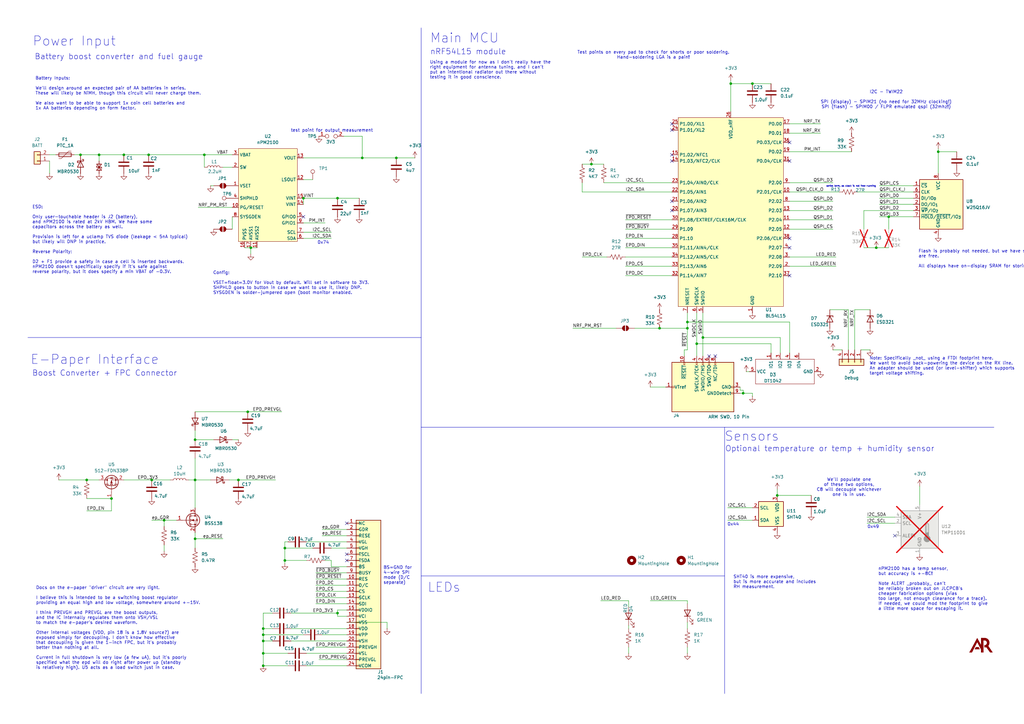
<source format=kicad_sch>
(kicad_sch (version 20250114) (generator "eeschema") (generator_version "9.0")
  (paper "A3")
  (text "test point for output measurement" (at 136.144 53.594 0) (effects (font (size 1.27 1.27))))
  (text "Test points on every pad to check for shorts or poor soldering.\nHand-soldering LGA is a pain!" (at 267.97 22.606 0) (effects (font (size 1.27 1.27))))
  (text "Optional temperature or temp + humidity sensor" (at 340.36 184.15 0) (effects (font (size 2.286 2.286))))
  (text "Battery Inputs:\n\nWe'll design around an expected pair of AA batteries in series.\nThese will likely be NiMH, though this circuit will never charge them.\n\nWe also want to be able to support 1x coin cell batteries and\n1x AA batteries depending on form factor." (at 14.478 38.354 0) (effects (font (size 1.27 1.27)) (justify left)))
  (text "LEDs" (at 182.118 241.046 0) (effects (font (size 3.81 3.81))))
  (text "Main MCU" (at 190.5 15.748 0) (effects (font (size 3.81 3.81))))
  (text "ESD:\n\nOnly user-touchable header is J2 (battery),\nand nPM2100 is rated at 2kV HBM. We have some\ncapacitors across the battery as well. \n\nProvision is left for a uclamp TVS diode (leakage < 5nA typical)\nbut likely will DNP in practice.\n\nReverse Polarity:\n\nD2 + F1 provide a safety in case a cell is inserted backwards.\nnPM2100 doesn't specifically specify if it's safe against\nreverse polarity, but it does specify a min VBAT of -0.3V." (at 13.208 98.298 0) (effects (font (size 1.27 1.27)) (justify left)))
  (text "0x44" (at 300.736 215.138 0) (effects (font (size 1.27 1.27))))
  (text "SHT40 is more expensive,\nbut is more accurate and includes\nRH measurement." (at 300.736 238.76 0) (effects (font (size 1.27 1.27)) (justify left)))
  (text "Note: Specifically _not_ using a FTDI footprint here.\nWe want to avoid back-powering the device on the RX line.\nAn adapter should be used (or level-shifter) which supports\ntarget voltage shifting." (at 356.616 150.114 0) (effects (font (size 1.27 1.27)) (justify left)))
  (text "Sensors" (at 308.356 179.07 0) (effects (font (size 3.81 3.81))))
  (text "series term. as clock is not free-running" (at 338.836 76.454 0) (effects (font (size 0.635 0.635)) (justify left)))
  (text "E-Paper Interface" (at 38.862 147.574 0) (effects (font (size 3.81 3.81))))
  (text "0x74" (at 132.588 99.568 0) (effects (font (size 1.27 1.27))))
  (text "Power Input" (at 30.48 17.018 0) (effects (font (size 3.81 3.81))))
  (text "I2C - TWIM22\n\nSPI (display) - SPIM21 (no need for 32MHz clocking!)\nSPI (flash) - SPIM00 / FLPR emulated qspi (32mhz!)\n" (at 363.474 40.894 0) (effects (font (size 1.27 1.27))))
  (text "BS=GND for\n4-wire SPI\nmode (D/C\nseparate)" (at 157.226 235.966 0) (effects (font (size 1.27 1.27)) (justify left)))
  (text "nPM2100 has a temp sensor,\nbut accuracy is +-8C!\n\nNote ALERT _probably_ can't\nbe reliably broken out on JLCPCB's\ncheaper fabrication options (vias\ntoo large, not enough clearance for a trace).\nIf needed, we could mod the footprint to give\na little more space for escaping it." (at 360.172 241.554 0) (effects (font (size 1.27 1.27)) (justify left)))
  (text "Using a module for now as I don't really have the\nright equipment for antenna tuning, and I can't\nput an intentional radiator out there without\ntesting it in good conscience." (at 176.276 28.702 0) (effects (font (size 1.27 1.27)) (justify left)))
  (text "Config:\n\nVSET=float=3.0V for Vout by default. Will set in software to 3V3.\nSHPHLD goes to button in case we want to use it, likely DNP.\nSYSGDEN is solder-jumpered open (boot monitor enabled.\n" (at 87.376 116.078 0) (effects (font (size 1.27 1.27)) (justify left)))
  (text "0x49" (at 358.14 216.154 0) (effects (font (size 1.27 1.27))))
  (text "We'll populate one\nof these two options,\nC8 will decouple whichever\none is in use." (at 348.234 199.898 0) (effects (font (size 1.27 1.27))))
  (text "Boost Converter + FPC Connector" (at 42.926 153.162 0) (effects (font (size 2.286 2.286))))
  (text "nRF54L15 module" (at 192.024 21.336 0) (effects (font (size 2.286 2.286))))
  (text "Flash is probably not needed, but we have spare pins and footprints\nare free.\n\nAll displays have on-display SRAM for storing framebuffers." (at 376.682 106.172 0) (effects (font (size 1.27 1.27)) (justify left)))
  (text "Docs on the e-paper \"driver\" circuit are very light.\n\nI believe this is intended to be a switching boost regulator\nproviding an equal high and low voltage, somewhere around +-15V.\n\nI think PREVGH and PREVGL are the boost outputs,\nand the IC internally regulates them onto VSH/VSL\nto match the e-paper's desired waveform.\n\nOther internal voltages (VDD, pin 18 is a 1.8V source?) are\nexposed simply for decoupling. I don't know how effective\nthat decoupling is given the 1-inch FPC, but it's probably\nbetter than nothing at all.\n\nCurrent in full shutdown is very low (a few uA), but it's poorly\nspecified what the epd will do right after power up (standby\nis relatively high). U5 acts as a load switch just in case.\n" (at 14.732 257.556 0) (effects (font (size 1.27 1.27)) (justify left)))
  (text "Battery boost converter and fuel gauge" (at 48.768 23.368 0) (effects (font (size 2.286 2.286))))
  (junction (at 299.72 34.29))
  (junction (at 40.64 63.5))
  (junction (at 318.77 203.2))
  (junction (at 364.49 88.9))
  (junction (at 45.72 204.47))
  (junction (at 80.01 220.98))
  (junction (at 97.79 196.85))
  (junction (at 308.61 34.29))
  (junction (at 107.95 273.05))
  (junction (at 359.41 101.6))
  (junction (at 50.8 63.5))
  (junction (at 107.95 257.81))
  (junction (at 80.01 196.85))
  (junction (at 242.57 67.31))
  (junction (at 138.43 251.46))
  (junction (at 304.8 161.29))
  (junction (at 101.6 168.91))
  (junction (at 148.59 64.77))
  (junction (at 124.46 81.28))
  (junction (at 107.95 262.89))
  (junction (at 270.51 134.62))
  (junction (at 62.23 196.85))
  (junction (at 83.82 63.5))
  (junction (at 288.29 138.43))
  (junction (at 102.87 101.6))
  (junction (at 281.94 132.08))
  (junction (at 281.94 134.62))
  (junction (at 107.95 267.97))
  (junction (at 285.75 140.97))
  (junction (at 35.56 196.85))
  (junction (at 138.43 81.28))
  (junction (at 67.31 213.36))
  (junction (at 60.96 63.5))
  (junction (at 116.84 224.79))
  (junction (at 384.81 62.23))
  (junction (at 107.95 260.35))
  (junction (at 162.56 64.77))
  (junction (at 116.84 229.87))
  (junction (at 80.01 180.34))
  (junction (at 33.02 63.5))
  (no_connect (at 323.85 101.6))
  (no_connect (at 275.59 53.34))
  (no_connect (at 142.24 227.33))
  (no_connect (at 275.59 63.5))
  (no_connect (at 367.03 219.71))
  (no_connect (at 290.83 146.05))
  (no_connect (at 323.85 97.79))
  (no_connect (at 142.24 229.87))
  (no_connect (at 275.59 50.8))
  (no_connect (at 142.24 214.63))
  (no_connect (at 275.59 82.55))
  (no_connect (at 275.59 86.36))
  (no_connect (at 323.85 66.04))
  (no_connect (at 124.46 88.9))
  (no_connect (at 323.85 113.03))
  (no_connect (at 275.59 66.04))
  (no_connect (at 323.85 58.42))
  (no_connect (at 293.37 146.05))
  (wire (pts (xy 323.85 132.08) (xy 281.94 132.08)))
  (wire (pts (xy 135.89 224.79) (xy 142.24 224.79)))
  (wire (pts (xy 360.68 81.28) (xy 374.65 81.28)))
  (wire (pts (xy 260.35 134.62) (xy 270.51 134.62)))
  (wire (pts (xy 285.75 140.97) (xy 285.75 146.05)))
  (wire (pts (xy 323.85 144.78) (xy 323.85 132.08)))
  (wire (pts (xy 95.25 93.98) (xy 95.25 88.9)))
  (polyline (pts (xy 297.18 175.26) (xy 297.18 284.48)))
  (wire (pts (xy 364.49 88.9) (xy 374.65 88.9)))
  (wire (pts (xy 384.81 62.23) (xy 384.81 71.12)))
  (wire (pts (xy 138.43 81.28) (xy 147.32 81.28)))
  (polyline (pts (xy 172.72 175.26) (xy 172.72 284.48)))
  (wire (pts (xy 129.54 240.03) (xy 142.24 240.03)))
  (wire (pts (xy 341.63 143.51) (xy 345.44 143.51)))
  (wire (pts (xy 124.46 73.66) (xy 128.27 73.66)))
  (wire (pts (xy 285.75 128.27) (xy 285.75 140.97)))
  (wire (pts (xy 281.94 246.38) (xy 281.94 247.65)))
  (wire (pts (xy 67.31 215.9) (xy 67.31 213.36)))
  (wire (pts (xy 355.6 212.09) (xy 367.03 212.09)))
  (wire (pts (xy 360.68 88.9) (xy 364.49 88.9)))
  (wire (pts (xy 148.59 55.88) (xy 140.97 55.88)))
  (wire (pts (xy 124.46 260.35) (xy 107.95 260.35)))
  (wire (pts (xy 116.84 222.25) (xy 116.84 224.79)))
  (wire (pts (xy 91.44 68.58) (xy 95.25 68.58)))
  (wire (pts (xy 107.95 267.97) (xy 107.95 262.89)))
  (wire (pts (xy 336.55 54.61) (xy 323.85 54.61)))
  (wire (pts (xy 102.87 101.6) (xy 105.41 101.6)))
  (polyline (pts (xy 11.43 138.43) (xy 172.72 138.43)))
  (wire (pts (xy 298.45 208.28) (xy 308.61 208.28)))
  (wire (pts (xy 299.72 33.02) (xy 299.72 34.29)))
  (wire (pts (xy 323.85 62.23) (xy 349.25 62.23)))
  (wire (pts (xy 129.54 237.49) (xy 142.24 237.49)))
  (wire (pts (xy 35.56 209.55) (xy 45.72 209.55)))
  (wire (pts (xy 107.95 257.81) (xy 111.76 257.81)))
  (wire (pts (xy 138.43 250.19) (xy 138.43 251.46)))
  (wire (pts (xy 40.64 63.5) (xy 50.8 63.5)))
  (wire (pts (xy 341.63 86.36) (xy 323.85 86.36)))
  (wire (pts (xy 359.41 101.6) (xy 364.49 101.6)))
  (wire (pts (xy 323.85 105.41) (xy 342.9 105.41)))
  (wire (pts (xy 45.72 209.55) (xy 45.72 204.47)))
  (wire (pts (xy 86.36 196.85) (xy 80.01 196.85)))
  (wire (pts (xy 83.82 63.5) (xy 83.82 68.58)))
  (wire (pts (xy 118.11 267.97) (xy 107.95 267.97)))
  (wire (pts (xy 336.55 50.8) (xy 323.85 50.8)))
  (wire (pts (xy 303.53 158.75) (xy 303.53 160.02)))
  (wire (pts (xy 80.01 220.98) (xy 80.01 224.79)))
  (wire (pts (xy 281.94 267.97) (xy 281.94 265.43)))
  (wire (pts (xy 67.31 213.36) (xy 72.39 213.36)))
  (polyline (pts (xy 297.18 175.26) (xy 172.72 175.26)))
  (wire (pts (xy 341.63 74.93) (xy 323.85 74.93)))
  (wire (pts (xy 81.28 85.09) (xy 95.25 85.09)))
  (wire (pts (xy 124.46 81.28) (xy 138.43 81.28)))
  (wire (pts (xy 242.57 67.31) (xy 247.65 67.31)))
  (wire (pts (xy 86.36 76.2) (xy 87.63 76.2)))
  (wire (pts (xy 355.6 214.63) (xy 367.03 214.63)))
  (wire (pts (xy 132.08 219.71) (xy 142.24 219.71)))
  (wire (pts (xy 80.01 220.98) (xy 91.44 220.98)))
  (wire (pts (xy 142.24 255.27) (xy 158.75 255.27)))
  (wire (pts (xy 124.46 81.28) (xy 124.46 83.82)))
  (wire (pts (xy 125.73 222.25) (xy 142.24 222.25)))
  (wire (pts (xy 304.8 160.02) (xy 304.8 161.29)))
  (wire (pts (xy 288.29 128.27) (xy 288.29 138.43)))
  (wire (pts (xy 281.94 257.81) (xy 281.94 255.27)))
  (wire (pts (xy 33.02 63.5) (xy 40.64 63.5)))
  (wire (pts (xy 107.95 260.35) (xy 107.95 262.89)))
  (wire (pts (xy 247.65 74.93) (xy 275.59 74.93)))
  (wire (pts (xy 148.59 64.77) (xy 148.59 55.88)))
  (wire (pts (xy 350.52 127) (xy 356.87 127)))
  (wire (pts (xy 107.95 273.05) (xy 118.11 273.05)))
  (wire (pts (xy 304.8 161.29) (xy 308.61 161.29)))
  (wire (pts (xy 138.43 252.73) (xy 142.24 252.73)))
  (wire (pts (xy 384.81 60.96) (xy 384.81 62.23)))
  (wire (pts (xy 130.81 270.51) (xy 142.24 270.51)))
  (wire (pts (xy 360.68 83.82) (xy 374.65 83.82)))
  (wire (pts (xy 132.08 260.35) (xy 142.24 260.35)))
  (wire (pts (xy 111.76 251.46) (xy 107.95 251.46)))
  (wire (pts (xy 342.9 109.22) (xy 323.85 109.22)))
  (wire (pts (xy 360.68 76.2) (xy 374.65 76.2)))
  (wire (pts (xy 101.6 168.91) (xy 115.57 168.91)))
  (wire (pts (xy 354.33 101.6) (xy 359.41 101.6)))
  (wire (pts (xy 93.98 196.85) (xy 97.79 196.85)))
  (wire (pts (xy 281.94 134.62) (xy 281.94 132.08)))
  (wire (pts (xy 158.75 255.27) (xy 158.75 257.81)))
  (wire (pts (xy 257.81 267.97) (xy 257.81 265.43)))
  (wire (pts (xy 80.01 176.53) (xy 80.01 180.34)))
  (wire (pts (xy 35.56 196.85) (xy 40.64 196.85)))
  (wire (pts (xy 256.54 90.17) (xy 275.59 90.17)))
  (wire (pts (xy 162.56 64.77) (xy 148.59 64.77)))
  (wire (pts (xy 256.54 97.79) (xy 275.59 97.79)))
  (wire (pts (xy 238.76 105.41) (xy 248.92 105.41)))
  (wire (pts (xy 20.32 66.04) (xy 20.32 71.12)))
  (wire (pts (xy 256.54 105.41) (xy 275.59 105.41)))
  (wire (pts (xy 308.61 161.29) (xy 308.61 162.56)))
  (wire (pts (xy 80.01 187.96) (xy 80.01 196.85)))
  (wire (pts (xy 299.72 34.29) (xy 308.61 34.29)))
  (wire (pts (xy 62.23 196.85) (xy 69.85 196.85)))
  (wire (pts (xy 162.56 64.77) (xy 170.18 64.77)))
  (wire (pts (xy 256.54 113.03) (xy 275.59 113.03)))
  (wire (pts (xy 318.77 200.66) (xy 318.77 203.2)))
  (wire (pts (xy 116.84 224.79) (xy 116.84 229.87)))
  (wire (pts (xy 80.01 168.91) (xy 101.6 168.91)))
  (wire (pts (xy 125.73 273.05) (xy 142.24 273.05)))
  (wire (pts (xy 266.7 158.75) (xy 273.05 158.75)))
  (wire (pts (xy 340.36 127) (xy 347.98 127)))
  (wire (pts (xy 67.31 226.06) (xy 67.31 223.52)))
  (wire (pts (xy 129.54 234.95) (xy 142.24 234.95)))
  (wire (pts (xy 132.08 217.17) (xy 142.24 217.17)))
  (wire (pts (xy 257.81 246.38) (xy 246.38 246.38)))
  (wire (pts (xy 238.76 78.74) (xy 275.59 78.74)))
  (wire (pts (xy 102.87 104.14) (xy 102.87 101.6)))
  (wire (pts (xy 354.33 86.36) (xy 354.33 93.98)))
  (wire (pts (xy 266.7 246.38) (xy 281.94 246.38)))
  (wire (pts (xy 354.33 86.36) (xy 374.65 86.36)))
  (wire (pts (xy 118.11 222.25) (xy 116.84 222.25)))
  (wire (pts (xy 124.46 91.44) (xy 133.35 91.44)))
  (wire (pts (xy 129.54 265.43) (xy 142.24 265.43)))
  (wire (pts (xy 234.95 134.62) (xy 252.73 134.62)))
  (wire (pts (xy 256.54 109.22) (xy 275.59 109.22)))
  (wire (pts (xy 281.94 143.51) (xy 281.94 134.62)))
  (wire (pts (xy 384.81 62.23) (xy 392.43 62.23)))
  (wire (pts (xy 133.35 229.87) (xy 135.89 229.87)))
  (wire (pts (xy 102.87 101.6) (xy 100.33 101.6)))
  (wire (pts (xy 135.89 232.41) (xy 142.24 232.41)))
  (wire (pts (xy 280.67 143.51) (xy 280.67 146.05)))
  (wire (pts (xy 119.38 251.46) (xy 138.43 251.46)))
  (wire (pts (xy 138.43 251.46) (xy 138.43 252.73)))
  (wire (pts (xy 320.04 138.43) (xy 288.29 138.43)))
  (wire (pts (xy 80.01 218.44) (xy 80.01 220.98)))
  (wire (pts (xy 50.8 196.85) (xy 62.23 196.85)))
  (wire (pts (xy 87.63 180.34) (xy 80.01 180.34)))
  (wire (pts (xy 35.56 204.47) (xy 45.72 204.47)))
  (wire (pts (xy 107.95 257.81) (xy 107.95 260.35)))
  (wire (pts (xy 24.13 196.85) (xy 35.56 196.85)))
  (wire (pts (xy 97.79 196.85) (xy 113.03 196.85)))
  (wire (pts (xy 124.46 97.79) (xy 135.89 97.79)))
  (wire (pts (xy 62.23 213.36) (xy 67.31 213.36)))
  (wire (pts (xy 341.63 90.17) (xy 323.85 90.17)))
  (wire (pts (xy 124.46 64.77) (xy 148.59 64.77)))
  (wire (pts (xy 256.54 93.98) (xy 275.59 93.98)))
  (wire (pts (xy 303.53 160.02) (xy 304.8 160.02)))
  (wire (pts (xy 22.86 63.5) (xy 20.32 63.5)))
  (wire (pts (xy 377.19 199.39) (xy 377.19 207.01)))
  (wire (pts (xy 116.84 231.14) (xy 116.84 229.87)))
  (wire (pts (xy 77.47 196.85) (xy 80.01 196.85)))
  (wire (pts (xy 341.63 82.55) (xy 323.85 82.55)))
  (wire (pts (xy 298.45 213.36) (xy 308.61 213.36)))
  (wire (pts (xy 257.81 248.92) (xy 257.81 246.38)))
  (wire (pts (xy 60.96 63.5) (xy 83.82 63.5)))
  (wire (pts (xy 356.87 143.51) (xy 353.06 143.51)))
  (wire (pts (xy 303.53 161.29) (xy 304.8 161.29)))
  (wire (pts (xy 323.85 78.74) (xy 344.17 78.74)))
  (wire (pts (xy 116.84 229.87) (xy 125.73 229.87)))
  (wire (pts (xy 129.54 245.11) (xy 142.24 245.11)))
  (wire (pts (xy 107.95 273.05) (xy 107.95 267.97)))
  (wire (pts (xy 320.04 144.78) (xy 320.04 138.43)))
  (wire (pts (xy 124.46 95.25) (xy 135.89 95.25)))
  (wire (pts (xy 30.48 63.5) (xy 33.02 63.5)))
  (wire (pts (xy 83.82 63.5) (xy 95.25 63.5)))
  (wire (pts (xy 351.79 78.74) (xy 374.65 78.74)))
  (wire (pts (xy 50.8 63.5) (xy 60.96 63.5)))
  (wire (pts (xy 142.24 250.19) (xy 138.43 250.19)))
  (wire (pts (xy 285.75 140.97) (xy 316.23 140.97)))
  (wire (pts (xy 119.38 257.81) (xy 142.24 257.81)))
  (wire (pts (xy 80.01 196.85) (xy 80.01 208.28)))
  (wire (pts (xy 107.95 251.46) (xy 107.95 257.81)))
  (polyline (pts (xy 172.72 236.22) (xy 297.18 236.22)))
  (wire (pts (xy 40.64 66.04) (xy 40.64 63.5)))
  (wire (pts (xy 129.54 242.57) (xy 142.24 242.57)))
  (wire (pts (xy 238.76 67.31) (xy 242.57 67.31)))
  (polyline (pts (xy 172.72 11.43) (xy 172.72 175.26)))
  (wire (pts (xy 280.67 143.51) (xy 281.94 143.51)))
  (wire (pts (xy 308.61 34.29) (xy 316.23 34.29)))
  (polyline (pts (xy 297.18 175.26) (xy 407.67 175.26)))
  (wire (pts (xy 306.07 152.4) (xy 307.34 152.4)))
  (wire (pts (xy 299.72 34.29) (xy 299.72 45.72)))
  (wire (pts (xy 129.54 247.65) (xy 142.24 247.65)))
  (wire (pts (xy 128.27 224.79) (xy 116.84 224.79)))
  (wire (pts (xy 316.23 140.97) (xy 316.23 144.78)))
  (wire (pts (xy 281.94 132.08) (xy 281.94 128.27)))
  (wire (pts (xy 97.79 180.34) (xy 95.25 180.34)))
  (wire (pts (xy 135.89 229.87) (xy 135.89 232.41)))
  (wire (pts (xy 257.81 256.54) (xy 257.81 257.81)))
  (wire (pts (xy 364.49 88.9) (xy 364.49 93.98)))
  (wire (pts (xy 288.29 138.43) (xy 288.29 146.05)))
  (wire (pts (xy 347.98 127) (xy 347.98 143.51)))
  (wire (pts (xy 107.95 262.89) (xy 111.76 262.89)))
  (wire (pts (xy 270.51 134.62) (xy 281.94 134.62)))
  (wire (pts (xy 256.54 101.6) (xy 275.59 101.6)))
  (wire (pts (xy 350.52 127) (xy 350.52 143.51)))
  (wire (pts (xy 238.76 78.74) (xy 238.76 74.93)))
  (wire (pts (xy 341.63 93.98) (xy 323.85 93.98)))
  (wire (pts (xy 125.73 267.97) (xy 142.24 267.97)))
  (wire (pts (xy 318.77 203.2) (xy 332.74 203.2)))
  (wire (pts (xy 119.38 262.89) (xy 142.24 262.89)))
  (label "LED_RED" (at 342.9 105.41 180))
  (label "~{EPD_BUSY}" (at 129.54 234.95 0))
  (label "NRF_PM_RST" (at 234.95 134.62 0))
  (label "EPD_CS" (at 256.54 109.22 0))
  (label "EPD_EN" (at 256.54 97.79 0))
  (label "LED_GREEN" (at 342.9 109.22 180))
  (label "I2C_SCL" (at 256.54 74.93 0))
  (label "I2C_SDA" (at 135.89 97.79 180))
  (label "QSPI_D2" (at 360.68 86.36 0))
  (label "SWDCLK" (at 285.75 138.43 90))
  (label "LED_GREEN" (at 266.7 246.38 0))
  (label "PM_INT" (at 336.55 62.23 180))
  (label "ep_GDR" (at 132.08 217.17 0))
  (label "I2C_SDA" (at 355.6 212.09 0))
  (label "EPD_EN" (at 35.56 209.55 0))
  (label "I2C_SCL" (at 298.45 208.28 0))
  (label "EPD_PREVGH" (at 129.54 265.43 0))
  (label "VINT" (at 124.46 81.28 0))
  (label "QSPI_D3" (at 360.68 88.9 0))
  (label "LED_RED" (at 246.38 246.38 0))
  (label "I2C_SCL" (at 355.6 214.63 0))
  (label "ep_RESE" (at 132.08 219.71 0))
  (label "~{RESET}" (at 281.94 142.24 90))
  (label "VBAT" (at 88.9 63.5 0))
  (label "I2C_SDA" (at 256.54 78.74 0))
  (label "EPD_DC" (at 256.54 113.03 0))
  (label "EPD_CS" (at 129.54 242.57 0))
  (label "NRF_RX" (at 347.98 127 270))
  (label "QSPI_D2" (at 341.63 86.36 180))
  (label "EPD_CLK" (at 129.54 245.11 0))
  (label "~{EPD_BUSY}" (at 256.54 93.98 0))
  (label "EPD_PREVGH" (at 113.03 196.85 180))
  (label "NRF_TX" (at 336.55 50.8 180))
  (label "EPD_DIN" (at 256.54 101.6 0))
  (label "NRF_PM_RST" (at 81.28 85.09 0))
  (label "EPD_3V3" (at 64.77 196.85 180))
  (label "I2C_SCL" (at 135.89 95.25 180))
  (label "SWDIO" (at 288.29 137.16 90))
  (label "NRF_TX" (at 350.52 127 270))
  (label "QSPI_D1" (at 341.63 90.17 180))
  (label "QSPI_D3" (at 341.63 74.93 180))
  (label "~{EPD_RESET}" (at 256.54 90.17 0))
  (label "ep_GDR" (at 62.23 213.36 0))
  (label "QSPI_CS" (at 341.63 93.98 180))
  (label "ep_RESE" (at 91.44 220.98 180))
  (label "EPD_3V3" (at 128.27 251.46 0))
  (label "~{EPD_RESET}" (at 129.54 237.49 0))
  (label "I2C_SDA" (at 298.45 213.36 0))
  (label "EPD_DIN" (at 129.54 247.65 0))
  (label "QSPI_D0" (at 341.63 82.55 180))
  (label "EPD_CLK" (at 238.76 105.41 0))
  (label "EPD_PREVGL" (at 115.57 168.91 180))
  (label "QSPI_CLK_O" (at 326.39 78.74 0))
  (label "QSPI_CS" (at 360.68 76.2 0))
  (label "PM_INT" (at 133.35 91.44 180))
  (label "QSPI_CLK_I" (at 360.68 78.74 0))
  (label "EPD_PREVGL" (at 130.81 270.51 0))
  (label "EPD_DC" (at 129.54 240.03 0))
  (label "NRF_RX" (at 336.55 54.61 180))
  (label "QSPI_D1" (at 360.68 83.82 0))
  (label "QSPI_D0" (at 360.68 81.28 0))
  (symbol (lib_id "inventree:RES-0805-33K") (at 364.49 97.79 0) (unit 1) (dnp yes)
    (property "Reference" "R14" (at 365.506 98.298 0) (effects (justify left)))
    (property "Value" "33K" (at 365.506 100.584 0) (effects (justify left)))
    (property "Footprint" "Resistor_SMD:R_0805_2012Metric_Pad1.20x1.40mm_HandSolder" (effects (hide yes)))
    (property "InvenTree" "1" (effects (hide yes)))
    (property "Part URL" "http://inventree.home.svcs.alexroth.me/part/1/" (effects (hide yes)))
    (property "IPN" "RES-0805-33K" (effects (hide yes)))
  )
  (symbol (lib_id "power:GND") (at 308.61 162.56 0) (unit 1)
    (property "Reference" "#PWR034" (effects (hide yes)))
    (property "Value" "GND" (effects (hide yes)))
    (property "Description" "Power symbol creates a global label with name \"GND\" , ground" (effects (hide yes)))
  )
  (symbol (lib_id "power:GND") (at 33.02 71.12 0) (unit 1)
    (property "Reference" "#PWR030" (effects (hide yes)))
    (property "Value" "GND" (effects (hide yes)))
    (property "Description" "Power symbol creates a global label with name \"GND\" , ground" (effects (hide yes)))
  )
  (symbol (lib_id "inventree:RES-0805-33K") (at 354.33 97.79 0) (unit 1) (dnp yes)
    (property "Reference" "R15" (at 349.25 95.758 0) (effects (justify left)))
    (property "Value" "33K" (at 349.504 99.06 0) (effects (justify left)))
    (property "Footprint" "Resistor_SMD:R_0805_2012Metric_Pad1.20x1.40mm_HandSolder" (effects (hide yes)))
    (property "InvenTree" "1" (effects (hide yes)))
    (property "Part URL" "http://inventree.home.svcs.alexroth.me/part/1/" (effects (hide yes)))
    (property "IPN" "RES-0805-33K" (effects (hide yes)))
  )
  (symbol (lib_id "inventree:CAP-0603-1nF-50V") (at 60.96 67.31 0) (unit 1)
    (property "Reference" "C2" (at 61.722 65.024 0) (effects (justify left)))
    (property "Value" "1nF" (at 62.23 69.85 0) (effects (justify left)))
    (property "Footprint" "Capacitor_SMD:C_0603_1608Metric" (effects (hide yes)))
    (property "Description" "CAP CER 1000PF 50V X7R 0603" (effects (hide yes)))
    (property "InvenTree" "211" (effects (hide yes)))
    (property "Part URL" "http://inventree.home.svcs.alexroth.me/part/211/" (effects (hide yes)))
    (property "IPN" "CAP-0603-1nF-50V" (effects (hide yes)))
  )
  (symbol (lib_id "inventree:LED-0805-RED") (at 257.81 252.73 90) (unit 1)
    (property "Reference" "D4" (at 258.826 249.682 0))
    (property "Value" "RED" (at 256.54 249.428 0))
    (property "Footprint" "LED_SMD:LED_0805_2012Metric_Pad1.15x1.40mm_HandSolder" (effects (hide yes)))
    (property "Description" "Standard LEDs - SMD WL-SMCW SMDMono TpVw Waterclr 0805 Red" (effects (hide yes)))
    (property "Sim.Pins" "1=K 2=A" (effects (hide yes)))
    (property "InvenTree" "49" (effects (hide yes)))
    (property "Part URL" "http://inventree.home.svcs.alexroth.me/part/49/" (effects (hide yes)))
    (property "IPN" "LED-0805-RED" (effects (hide yes)))
  )
  (symbol (lib_id "inventree:RES-0805-1K") (at 281.94 261.62 0) (unit 1)
    (property "Reference" "R17" (at 284.48 260.3499 0) (effects (justify left)))
    (property "Value" "1K" (at 284.48 262.8899 0) (effects (justify left)))
    (property "Footprint" "Resistor_SMD:R_0805_2012Metric_Pad1.20x1.40mm_HandSolder" (effects (hide yes)))
    (property "Description" "Thick Film Resistors - SMD 1 kOhms 125 mW 0805  1%" (effects (hide yes)))
    (property "InvenTree" "15" (effects (hide yes)))
    (property "Part URL" "http://inventree.home.svcs.alexroth.me/part/15/" (effects (hide yes)))
    (property "IPN" "RES-0805-1K" (effects (hide yes)))
  )
  (symbol (lib_id "inventree:CAP-1206-4.7uF-50V") (at 62.23 200.66 180) (unit 1)
    (property "Reference" "C16" (at 64.77 198.374 0))
    (property "Value" "4.7uF" (at 66.04 203.454 0))
    (property "Footprint" "Capacitor_SMD:C_1206_3216Metric" (effects (hide yes)))
    (property "Description" "CAP CER 4.7UF 50V X7R 1206" (effects (hide yes)))
    (property "InvenTree" "201" (effects (hide yes)))
    (property "Part URL" "http://inventree.home.svcs.alexroth.me/part/201/" (effects (hide yes)))
    (property "IPN" "CAP-1206-4.7uF-50V" (effects (hide yes)))
  )
  (symbol (lib_id "Mechanical:MountingHole") (at 279.4 229.87 0) (unit 1) (in_bom no)
    (property "Reference" "H1" (at 281.94 228.5999 0) (effects (justify left)))
    (property "Value" "MountingHole" (at 281.94 231.1399 0) (effects (justify left)))
    (property "Footprint" "MountingHole:MountingHole_2.2mm_M2" (effects (hide yes)))
    (property "Description" "Mounting Hole without connection" (effects (hide yes)))
  )
  (symbol (lib_id "inventree:CAP-0805-1uF-50V") (at 115.57 257.81 90) (unit 1)
    (property "Reference" "C13" (at 112.522 256.54 90))
    (property "Value" "1.0uF" (at 119.888 256.794 90))
    (property "Footprint" "Capacitor_SMD:C_0805_2012Metric_Pad1.18x1.45mm_HandSolder" (effects (hide yes)))
    (property "Description" "CAP CER 1UF 50V X7R 0805" (effects (hide yes)))
    (property "InvenTree" "202" (effects (hide yes)))
    (property "Part URL" "http://inventree.home.svcs.alexroth.me/part/202/" (effects (hide yes)))
    (property "IPN" "CAP-0805-1uF-50V" (effects (hide yes)))
  )
  (symbol (lib_id "inventree:RES-0805-33K") (at 67.31 219.71 0) (unit 1)
    (property "Reference" "R6" (at 69.85 218.4399 0) (effects (justify left)))
    (property "Value" "33K" (at 69.85 220.9799 0) (effects (justify left)))
    (property "Footprint" "Resistor_SMD:R_0805_2012Metric_Pad1.20x1.40mm_HandSolder" (effects (hide yes)))
    (property "InvenTree" "1" (effects (hide yes)))
    (property "Part URL" "http://inventree.home.svcs.alexroth.me/part/1/" (effects (hide yes)))
    (property "IPN" "RES-0805-33K" (effects (hide yes)))
  )
  (symbol (lib_id "power:GND") (at 356.87 134.62 0) (unit 1)
    (property "Reference" "#PWR06" (effects (hide yes)))
    (property "Value" "GND" (effects (hide yes)))
    (property "Description" "Power symbol creates a global label with name \"GND\" , ground" (effects (hide yes)))
  )
  (symbol (lib_id "power:+3V3") (at 341.63 143.51 0) (unit 1)
    (property "Reference" "#PWR047" (effects (hide yes)))
    (property "Value" "+3V3" (at 341.63 138.43 0))
    (property "Description" "Power symbol creates a global label with name \"+3V3\"" (effects (hide yes)))
  )
  (symbol (lib_id "inventree:CAP-0805-0.1uF") (at 392.43 66.04 0) (unit 1)
    (property "Reference" "C24" (at 396.24 64.7699 0) (effects (justify left)))
    (property "Value" "0.1uF" (at 396.24 67.3099 0) (effects (justify left)))
    (property "Footprint" "Capacitor_SMD:C_0805_2012Metric_Pad1.18x1.45mm_HandSolder" (effects (hide yes)))
    (property "Description" "Multilayer Ceramic Capacitors MLCC - SMD/SMT 25V 0.1uF X7R 0805 10%" (effects (hide yes)))
    (property "InvenTree" "42" (effects (hide yes)))
    (property "Part URL" "http://inventree.home.svcs.alexroth.me/part/42/" (effects (hide yes)))
    (property "IPN" "CAP-0805-0.1uF" (effects (hide yes)))
  )
  (symbol (lib_id "inventree:CPR-TVS-UNI-4CH") (at 322.58 152.4 90) (unit 1)
    (property "Reference" "D3" (at 316.992 153.67 90))
    (property "Value" "DT1042" (at 316.992 156.21 90))
    (property "Footprint" "Personal:SOT-26" (effects (hide yes)))
    (property "Description" "ESD Protection Diodes / TVS Diodes 4-Ch Low Cap TVS Array .65pF 6A 300mW" (effects (hide yes)))
    (property "InvenTree" "39" (effects (hide yes)))
    (property "Part URL" "http://inventree.home.svcs.alexroth.me/part/39/" (effects (hide yes)))
    (property "IPN" "CPR-TVS-UNI-4CH" (effects (hide yes)))
  )
  (symbol (lib_id "inventree:CAP-0805-22uF") (at 138.43 85.09 0) (unit 1)
    (property "Reference" "C4" (at 139.7 82.804 0) (effects (justify left)))
    (property "Value" "22uF" (at 139.446 87.63 0) (effects (justify left)))
    (property "Footprint" "Capacitor_SMD:C_0805_2012Metric_Pad1.18x1.45mm_HandSolder" (effects (hide yes)))
    (property "Description" "Multilayer Ceramic Capacitors MLCC - SMD/SMT 22uF+/-10% 6.3V X5R 0805" (effects (hide yes)))
    (property "InvenTree" "20" (effects (hide yes)))
    (property "Part URL" "http://inventree.home.svcs.alexroth.me/part/20/" (effects (hide yes)))
    (property "IPN" "CAP-0805-22uF" (effects (hide yes)))
  )
  (symbol (lib_id "inventree:CPR-PTC-1A") (at 26.67 63.5 90) (unit 1)
    (property "Reference" "F1" (at 26.67 57.15 90))
    (property "Value" "PTC_1A" (at 26.67 59.69 90))
    (property "Footprint" "Personal:Fuse_1812" (effects (hide yes)))
    (property "Description" "Resettable Fuses - PPTC 24V   .75A-HD   40A     MAX" (effects (hide yes)))
    (property "InvenTree" "143" (effects (hide yes)))
    (property "Part URL" "http://inventree.home.svcs.alexroth.me/part/143/" (effects (hide yes)))
    (property "IPN" "CPR-PTC-1A" (effects (hide yes)))
  )
  (symbol (lib_id "power:GND") (at 130.81 55.88 0) (unit 1)
    (property "Reference" "#PWR011" (effects (hide yes)))
    (property "Value" "GND" (effects (hide yes)))
    (property "Description" "Power symbol creates a global label with name \"GND\" , ground" (effects (hide yes)))
  )
  (symbol (lib_id "power:GND") (at 392.43 69.85 0) (unit 1)
    (property "Reference" "#PWR041" (effects (hide yes)))
    (property "Value" "GND" (effects (hide yes)))
    (property "Description" "Power symbol creates a global label with name \"GND\" , ground" (effects (hide yes)))
  )
  (symbol (lib_id "inventree:CAP-1206-4.7uF-50V") (at 80.01 184.15 0) (unit 1)
    (property "Reference" "C18" (at 83.312 182.118 0))
    (property "Value" "4.7uF" (at 84.074 187.198 0))
    (property "Footprint" "Capacitor_SMD:C_1206_3216Metric" (effects (hide yes)))
    (property "Description" "CAP CER 4.7UF 50V X7R 1206" (effects (hide yes)))
    (property "InvenTree" "201" (effects (hide yes)))
    (property "Part URL" "http://inventree.home.svcs.alexroth.me/part/201/" (effects (hide yes)))
    (property "IPN" "CAP-1206-4.7uF-50V" (effects (hide yes)))
  )
  (symbol (lib_id "inventree:RES-0805-33K") (at 129.54 229.87 90) (unit 1)
    (property "Reference" "R7" (at 125.984 228.346 90))
    (property "Value" "33K" (at 133.604 228.854 90))
    (property "Footprint" "Resistor_SMD:R_0805_2012Metric_Pad1.20x1.40mm_HandSolder" (effects (hide yes)))
    (property "InvenTree" "1" (effects (hide yes)))
    (property "Part URL" "http://inventree.home.svcs.alexroth.me/part/1/" (effects (hide yes)))
    (property "IPN" "RES-0805-33K" (effects (hide yes)))
  )
  (symbol (lib_id "inventree:DIODE-MBR0530") (at 90.17 196.85 180) (unit 1)
    (property "Reference" "U3" (at 90.4875 190.5 0))
    (property "Value" "MBR0530" (at 90.4875 193.04 0))
    (property "Footprint" "Diode_SMD:D_SOD-123" (effects (hide yes)))
    (property "Description" "DIODE SCHOTTKY 30V 500MA SOD123" (effects (hide yes)))
    (property "InvenTree" "200" (effects (hide yes)))
    (property "Part URL" "http://inventree.home.svcs.alexroth.me/part/200/" (effects (hide yes)))
    (property "IPN" "DIODE-MBR0530" (effects (hide yes)))
  )
  (symbol (lib_id "power:GND") (at 340.36 134.62 0) (unit 1)
    (property "Reference" "#PWR014" (effects (hide yes)))
    (property "Value" "GND" (effects (hide yes)))
    (property "Description" "Power symbol creates a global label with name \"GND\" , ground" (effects (hide yes)))
  )
  (symbol (lib_id "power:GND") (at 97.79 204.47 0) (unit 1)
    (property "Reference" "#PWR023" (effects (hide yes)))
    (property "Value" "GND" (effects (hide yes)))
    (property "Description" "Power symbol creates a global label with name \"GND\" , ground" (effects (hide yes)))
  )
  (symbol (lib_id "power:GND") (at 356.87 143.51 0) (unit 1)
    (property "Reference" "#PWR046" (effects (hide yes)))
    (property "Value" "GND" (effects (hide yes)))
    (property "Description" "Power symbol creates a global label with name \"GND\" , ground" (effects (hide yes)))
  )
  (symbol (lib_id "inventree:REG-BOOST-nPM2100") (at 116.84 83.82 0) (unit 1)
    (property "Reference" "U2" (at 109.855 55.88 0))
    (property "Value" "nPM2100" (at 109.855 58.42 0))
    (property "Footprint" "Package_DFN_QFN:QFN-16-1EP_4x4mm_P0.65mm_EP2.5x2.5mm_ThermalVias" (effects (hide yes)))
    (property "Description" "POWER MGMT IC" (effects (hide yes)))
    (property "InvenTree" "209" (effects (hide yes)))
    (property "Part URL" "http://inventree.home.svcs.alexroth.me/part/209/" (effects (hide yes)))
    (property "IPN" "REG-BOOST-nPM2100" (effects (hide yes)))
  )
  (symbol (lib_id "power:GND") (at 40.64 71.12 0) (unit 1)
    (property "Reference" "#PWR029" (effects (hide yes)))
    (property "Value" "GND" (effects (hide yes)))
    (property "Description" "Power symbol creates a global label with name \"GND\" , ground" (effects (hide yes)))
  )
  (symbol (lib_id "inventree:RES-0603-27R") (at 347.98 78.74 90) (unit 1)
    (property "Reference" "R13" (at 342.646 77.724 90))
    (property "Value" "27R" (at 352.806 77.978 90))
    (property "Footprint" "Resistor_SMD:R_0603_1608Metric_Pad0.98x0.95mm_HandSolder" (effects (hide yes)))
    (property "Description" "Thick Film Resistors - SMD 27 Ohms 100mW 0603 1%" (effects (hide yes)))
    (property "InvenTree" "99" (effects (hide yes)))
    (property "Part URL" "http://inventree.home.svcs.alexroth.me/part/99/" (effects (hide yes)))
    (property "IPN" "RES-0603-27R" (effects (hide yes)))
  )
  (symbol (lib_id "power:GND") (at 102.87 104.14 0) (unit 1)
    (property "Reference" "#PWR04" (effects (hide yes)))
    (property "Value" "GND" (effects (hide yes)))
    (property "Description" "Power symbol creates a global label with name \"GND\" , ground" (effects (hide yes)))
  )
  (symbol (lib_id "inventree:CAP-1206-4.7uF-50V") (at 97.79 200.66 0) (unit 1)
    (property "Reference" "C17" (at 101.092 198.628 0))
    (property "Value" "4.7uF" (at 101.854 203.708 0))
    (property "Footprint" "Capacitor_SMD:C_1206_3216Metric" (effects (hide yes)))
    (property "Description" "CAP CER 4.7UF 50V X7R 1206" (effects (hide yes)))
    (property "InvenTree" "201" (effects (hide yes)))
    (property "Part URL" "http://inventree.home.svcs.alexroth.me/part/201/" (effects (hide yes)))
    (property "IPN" "CAP-1206-4.7uF-50V" (effects (hide yes)))
  )
  (symbol (lib_id "power:GND") (at 318.77 218.44 0) (unit 1)
    (property "Reference" "#PWR028" (effects (hide yes)))
    (property "Value" "GND" (effects (hide yes)))
    (property "Description" "Power symbol creates a global label with name \"GND\" , ground" (effects (hide yes)))
  )
  (symbol (lib_id "power:GND") (at 67.31 226.06 0) (unit 1)
    (property "Reference" "#PWR016" (effects (hide yes)))
    (property "Value" "GND" (effects (hide yes)))
    (property "Description" "Power symbol creates a global label with name \"GND\" , ground" (effects (hide yes)))
  )
  (symbol (lib_id "inventree:CAP-0805-1uF-50V") (at 128.27 260.35 90) (unit 1)
    (property "Reference" "C14" (at 125.222 259.08 90))
    (property "Value" "1.0uF" (at 132.588 259.334 90))
    (property "Footprint" "Capacitor_SMD:C_0805_2012Metric_Pad1.18x1.45mm_HandSolder" (effects (hide yes)))
    (property "Description" "CAP CER 1UF 50V X7R 0805" (effects (hide yes)))
    (property "InvenTree" "202" (effects (hide yes)))
    (property "Part URL" "http://inventree.home.svcs.alexroth.me/part/202/" (effects (hide yes)))
    (property "IPN" "CAP-0805-1uF-50V" (effects (hide yes)))
  )
  (symbol (lib_id "inventree:CAP-1206-4.7uF-50V") (at 121.92 222.25 90) (unit 1)
    (property "Reference" "C9" (at 119.38 220.98 90))
    (property "Value" "4.7uF" (at 125.73 221.234 90))
    (property "Footprint" "Capacitor_SMD:C_1206_3216Metric" (effects (hide yes)))
    (property "Description" "CAP CER 4.7UF 50V X7R 1206" (effects (hide yes)))
    (property "InvenTree" "201" (effects (hide yes)))
    (property "Part URL" "http://inventree.home.svcs.alexroth.me/part/201/" (effects (hide yes)))
    (property "IPN" "CAP-1206-4.7uF-50V" (effects (hide yes)))
  )
  (symbol (lib_id "inventree:IND-SMD-10uH-1.5A") (at 73.66 196.85 90) (unit 1)
    (property "Reference" "L2" (at 73.66 191.77 90))
    (property "Value" "10uH" (at 73.66 194.31 90))
    (property "Footprint" "Personal:L_Taiyo-Yuden_NR-40xx_HandSoldering" (effects (hide yes)))
    (property "Description" "FIXED IND 10UH 1.2A 180 MOHM SMD" (effects (hide yes)))
    (property "InvenTree" "203" (effects (hide yes)))
    (property "Part URL" "http://inventree.home.svcs.alexroth.me/part/203/" (effects (hide yes)))
    (property "IPN" "IND-SMD-10uH-1.5A" (effects (hide yes)))
  )
  (symbol (lib_id "power:GND") (at 336.55 152.4 0) (unit 1)
    (property "Reference" "#PWR050" (effects (hide yes)))
    (property "Value" "GND" (effects (hide yes)))
    (property "Description" "Power symbol creates a global label with name \"GND\" , ground" (effects (hide yes)))
  )
  (symbol (lib_id "Connector_Generic:Conn_01x04") (at 350.52 148.59 270) (unit 1)
    (property "Reference" "J5" (at 349.25 152.4 90))
    (property "Value" "Debug" (at 349.25 154.94 90))
    (property "Footprint" "Connector_PinSocket_1.27mm:PinSocket_1x04_P1.27mm_Vertical" (effects (hide yes)))
    (property "Description" "Generic connector, single row, 01x04, script generated (kicad-library-utils/schlib/autogen/connector/)" (effects (hide yes)))
  )
  (symbol (lib_id "inventree:CAP-1206-4.7uF-50V") (at 101.6 172.72 180) (unit 1)
    (property "Reference" "C19" (at 104.902 170.434 0))
    (property "Value" "4.7uF" (at 105.156 175.768 0))
    (property "Footprint" "Capacitor_SMD:C_1206_3216Metric" (effects (hide yes)))
    (property "Description" "CAP CER 4.7UF 50V X7R 1206" (effects (hide yes)))
    (property "InvenTree" "201" (effects (hide yes)))
    (property "Part URL" "http://inventree.home.svcs.alexroth.me/part/201/" (effects (hide yes)))
    (property "IPN" "CAP-1206-4.7uF-50V" (effects (hide yes)))
  )
  (symbol (lib_id "inventree:SENS-TEMP-I2C") (at 377.19 217.17 0) (unit 1) (dnp yes)
    (property "Reference" "U12" (at 386.08 215.8999 0) (effects (justify left)))
    (property "Value" "TMP110D1" (at 386.08 218.4399 0) (effects (justify left)))
    (property "Footprint" "Personal:Texas_X2SON-5_0.8x0.8mm_P0.48mm" (effects (hide yes)))
    (property "Description" "1.0C ACCURATE IC TEMPERATURE SEN" (effects (hide yes)))
    (property "InvenTree" "207" (effects (hide yes)))
    (property "Part URL" "http://inventree.home.svcs.alexroth.me/part/207/" (effects (hide yes)))
    (property "IPN" "SENS-TEMP-I2C" (effects (hide yes)))
  )
  (symbol (lib_id "power:GND") (at 377.19 227.33 0) (unit 1)
    (property "Reference" "#PWR013" (effects (hide yes)))
    (property "Value" "GND" (effects (hide yes)))
    (property "Description" "Power symbol creates a global label with name \"GND\" , ground" (effects (hide yes)))
  )
  (symbol (lib_id "Jumper:SolderJumper_2_Open") (at 256.54 134.62 180) (unit 1) (in_bom no)
    (property "Reference" "JP3" (at 256.286 131.572 0))
    (property "Value" "SolderJumper_2_Open" (effects (hide yes)))
    (property "Footprint" "Jumper:SolderJumper-2_P1.3mm_Open_TrianglePad1.0x1.5mm" (effects (hide yes)))
    (property "Description" "Solder Jumper, 2-pole, open" (effects (hide yes)))
  )
  (symbol (lib_id "power:GND") (at 20.32 71.12 0) (unit 1)
    (property "Reference" "#PWR01" (effects (hide yes)))
    (property "Value" "GND" (effects (hide yes)))
    (property "Description" "Power symbol creates a global label with name \"GND\" , ground" (effects (hide yes)))
  )
  (symbol (lib_id "power:+3V3") (at 242.57 67.31 0) (unit 1)
    (property "Reference" "#PWR032" (effects (hide yes)))
    (property "Value" "+3V3" (at 242.57 62.23 0))
    (property "Description" "Power symbol creates a global label with name \"+3V3\"" (effects (hide yes)))
  )
  (symbol (lib_id "inventree:RES-0805-1K") (at 257.81 261.62 0) (unit 1)
    (property "Reference" "R16" (at 260.35 260.3499 0) (effects (justify left)))
    (property "Value" "1K" (at 260.35 262.8899 0) (effects (justify left)))
    (property "Footprint" "Resistor_SMD:R_0805_2012Metric_Pad1.20x1.40mm_HandSolder" (effects (hide yes)))
    (property "Description" "Thick Film Resistors - SMD 1 kOhms 125 mW 0805  1%" (effects (hide yes)))
    (property "InvenTree" "15" (effects (hide yes)))
    (property "Part URL" "http://inventree.home.svcs.alexroth.me/part/15/" (effects (hide yes)))
    (property "IPN" "RES-0805-1K" (effects (hide yes)))
  )
  (symbol (lib_id "power:+3V3") (at 24.13 196.85 0) (unit 1)
    (property "Reference" "#PWR018" (effects (hide yes)))
    (property "Value" "+3V3" (at 24.13 191.77 0))
    (property "Description" "Power symbol creates a global label with name \"+3V3\"" (effects (hide yes)))
  )
  (symbol (lib_id "inventree:RES-0805-33K") (at 349.25 58.42 0) (unit 1)
    (property "Reference" "R9" (at 343.408 57.658 0) (effects (justify left)))
    (property "Value" "33K" (at 343.408 60.198 0) (effects (justify left)))
    (property "Footprint" "Resistor_SMD:R_0805_2012Metric_Pad1.20x1.40mm_HandSolder" (effects (hide yes)))
    (property "InvenTree" "1" (effects (hide yes)))
    (property "Part URL" "http://inventree.home.svcs.alexroth.me/part/1/" (effects (hide yes)))
    (property "IPN" "RES-0805-33K" (effects (hide yes)))
  )
  (symbol (lib_id "power:GND") (at 281.94 267.97 0) (unit 1)
    (property "Reference" "#PWR031" (effects (hide yes)))
    (property "Value" "GND" (effects (hide yes)))
    (property "Description" "Power symbol creates a global label with name \"GND\" , ground" (effects (hide yes)))
  )
  (symbol (lib_id "power:GND") (at 101.6 176.53 0) (unit 1)
    (property "Reference" "#PWR025" (effects (hide yes)))
    (property "Value" "GND" (effects (hide yes)))
    (property "Description" "Power symbol creates a global label with name \"GND\" , ground" (effects (hide yes)))
  )
  (symbol (lib_id "inventree:CAP-0805-1uF-50V") (at 308.61 38.1 180) (unit 1)
    (property "Reference" "C23" (at 310.896 35.814 0))
    (property "Value" "1.0uF" (at 312.166 40.894 0))
    (property "Footprint" "Capacitor_SMD:C_0805_2012Metric_Pad1.18x1.45mm_HandSolder" (effects (hide yes)))
    (property "Description" "CAP CER 1UF 50V X7R 0805" (effects (hide yes)))
    (property "InvenTree" "202" (effects (hide yes)))
    (property "Part URL" "http://inventree.home.svcs.alexroth.me/part/202/" (effects (hide yes)))
    (property "IPN" "CAP-0805-1uF-50V" (effects (hide yes)))
  )
  (symbol (lib_id "inventree:DIODE-MBR0530") (at 33.02 67.31 270) (unit 1)
    (property "Reference" "D2" (at 29.21 67.564 90))
    (property "Value" "MBR0530" (at 27.94 70.358 90))
    (property "Footprint" "Diode_SMD:D_SOD-123" (effects (hide yes)))
    (property "Description" "DIODE SCHOTTKY 30V 500MA SOD123" (effects (hide yes)))
    (property "InvenTree" "200" (effects (hide yes)))
    (property "Part URL" "http://inventree.home.svcs.alexroth.me/part/200/" (effects (hide yes)))
    (property "IPN" "DIODE-MBR0530" (effects (hide yes)))
  )
  (symbol (lib_id "power:GND") (at 308.61 128.27 0) (unit 1)
    (property "Reference" "#PWR048" (effects (hide yes)))
    (property "Value" "GND" (effects (hide yes)))
    (property "Description" "Power symbol creates a global label with name \"GND\" , ground" (effects (hide yes)))
  )
  (symbol (lib_id "inventree:DIODE-MBR0530") (at 91.44 180.34 180) (unit 1)
    (property "Reference" "U6" (at 91.694 176.784 0))
    (property "Value" "MBR0530" (at 92.71 183.896 0))
    (property "Footprint" "Diode_SMD:D_SOD-123" (effects (hide yes)))
    (property "Description" "DIODE SCHOTTKY 30V 500MA SOD123" (effects (hide yes)))
    (property "InvenTree" "200" (effects (hide yes)))
    (property "Part URL" "http://inventree.home.svcs.alexroth.me/part/200/" (effects (hide yes)))
    (property "IPN" "DIODE-MBR0530" (effects (hide yes)))
  )
  (symbol (lib_id "inventree:CAP-0805-10uF") (at 50.8 67.31 0) (unit 1)
    (property "Reference" "C1" (at 51.816 64.77 0) (effects (justify left)))
    (property "Value" "10uF" (at 52.578 70.104 0) (effects (justify left)))
    (property "Footprint" "Capacitor_SMD:C_0805_2012Metric_Pad1.18x1.45mm_HandSolder" (effects (hide yes)))
    (property "Description" "Multilayer Ceramic Capacitors MLCC - SMD/SMT 10uF+/-10% 10V X5R 2 0805" (effects (hide yes)))
    (property "InvenTree" "44" (effects (hide yes)))
    (property "Part URL" "http://inventree.home.svcs.alexroth.me/part/44/" (effects (hide yes)))
    (property "IPN" "CAP-0805-10uF" (effects (hide yes)))
  )
  (symbol (lib_id "power:GND") (at 308.61 41.91 0) (unit 1)
    (property "Reference" "#PWR037" (effects (hide yes)))
    (property "Value" "GND" (effects (hide yes)))
    (property "Description" "Power symbol creates a global label with name \"GND\" , ground" (effects (hide yes)))
  )
  (symbol (lib_id "inventree:CPR-TVS-USB") (at 340.36 130.81 270) (unit 1)
    (property "Reference" "D7" (at 332.486 130.556 90) (effects (justify left)))
    (property "Value" "ESD321" (at 332.486 133.096 90) (effects (justify left)))
    (property "Footprint" "Diode_SMD:D_SOD-523" (effects (hide yes)))
    (property "Datasheet" "http://www.vishay.com/docs/85790/zpy3v9.pdf" (effects (hide yes)))
    (property "Description" "ESD Protection Diodes / TVS Diodes 0.8-pF 3.3-V 30-kV ESD protection diode with 6.8-V 16-A TLP clamping in 0402 package for USB 2.0" (effects (hide yes)))
    (property "InvenTree" "47" (effects (hide yes)))
    (property "Part URL" "http://inventree.home.svcs.alexroth.me/part/47/" (effects (hide yes)))
    (property "IPN" "CPR-TVS-USB" (effects (hide yes)))
  )
  (symbol (lib_id "power:+3V3") (at 266.7 158.75 0) (unit 1)
    (property "Reference" "#PWR035" (effects (hide yes)))
    (property "Value" "+3V3" (at 266.7 153.67 0))
    (property "Description" "Power symbol creates a global label with name \"+3V3\"" (effects (hide yes)))
  )
  (symbol (lib_id "power:GND") (at 257.81 267.97 0) (unit 1)
    (property "Reference" "#PWR033" (effects (hide yes)))
    (property "Value" "GND" (effects (hide yes)))
    (property "Description" "Power symbol creates a global label with name \"GND\" , ground" (effects (hide yes)))
  )
  (symbol (lib_id "Connector:TestPoint") (at 95.25 81.28 90) (unit 1)
    (property "Reference" "TP6" (at 93.218 79.502 90))
    (property "Value" "TestPoint" (effects (hide yes)))
    (property "Footprint" "TestPoint:TestPoint_Pad_D2.0mm" (effects (hide yes)))
    (property "Description" "test point" (effects (hide yes)))
  )
  (symbol (lib_id "power:+3V3") (at 170.18 64.77 0) (unit 1)
    (property "Reference" "#PWR012" (effects (hide yes)))
    (property "Value" "+3V3" (at 170.18 59.69 0))
    (property "Description" "Power symbol creates a global label with name \"+3V3\"" (effects (hide yes)))
  )
  (symbol (lib_id "power:+3V3") (at 306.07 152.4 0) (unit 1)
    (property "Reference" "#PWR049" (effects (hide yes)))
    (property "Value" "+3V3" (at 306.07 147.32 0))
    (property "Description" "Power symbol creates a global label with name \"+3V3\"" (effects (hide yes)))
  )
  (symbol (lib_id "inventree:MOSFET-P-3V3") (at 45.72 199.39 90) (unit 1)
    (property "Reference" "U5" (at 45.72 190.5 90))
    (property "Value" "512-FDN338P" (at 45.72 193.04 90))
    (property "Footprint" "Package_TO_SOT_SMD:SOT-23" (effects (hide yes)))
    (property "Datasheet" "http://www.vishay.com/docs/70209/70209.pdf" (effects (hide yes)))
    (property "Description" "MOSFET P-CH 20V 1.6A SUPERSOT3" (effects (hide yes)))
    (property "InvenTree" "213" (effects (hide yes)))
    (property "Part URL" "http://inventree.home.svcs.alexroth.me/part/213/" (effects (hide yes)))
    (property "IPN" "MOSFET-P-3V3" (effects (hide yes)))
  )
  (symbol (lib_id "inventree:CAP-0805-4u7") (at 162.56 68.58 0) (unit 1)
    (property "Reference" "C5" (at 166.37 67.3099 0) (effects (justify left)))
    (property "Value" "4u7" (at 166.37 69.8499 0) (effects (justify left)))
    (property "Footprint" "Capacitor_SMD:C_0805_2012Metric_Pad1.18x1.45mm_HandSolder" (effects (hide yes)))
    (property "Description" "Multilayer Ceramic Capacitors MLCC - SMD/SMT 4.7uF+/-10% 16V X5R 0805" (effects (hide yes)))
    (property "InvenTree" "21" (effects (hide yes)))
    (property "Part URL" "http://inventree.home.svcs.alexroth.me/part/21/" (effects (hide yes)))
    (property "IPN" "CAP-0805-4u7" (effects (hide yes)))
  )
  (symbol (lib_id "power:GND") (at 384.81 96.52 0) (unit 1)
    (property "Reference" "#PWR040" (effects (hide yes)))
    (property "Value" "GND" (effects (hide yes)))
    (property "Description" "Power symbol creates a global label with name \"GND\" , ground" (effects (hide yes)))
  )
  (symbol (lib_id "Connector:TestPoint") (at 128.27 73.66 0) (unit 1)
    (property "Reference" "TP1" (at 130.81 69.0879 0) (effects (justify left)))
    (property "Value" "TestPoint" (effects (hide yes)))
    (property "Footprint" "TestPoint:TestPoint_Pad_D1.0mm" (effects (hide yes)))
    (property "Description" "test point" (effects (hide yes)))
  )
  (symbol (lib_id "power:GND") (at 62.23 204.47 0) (unit 1)
    (property "Reference" "#PWR022" (effects (hide yes)))
    (property "Value" "GND" (effects (hide yes)))
    (property "Description" "Power symbol creates a global label with name \"GND\" , ground" (effects (hide yes)))
  )
  (symbol (lib_id "inventree:MOSFET-N-SOT23") (at 77.47 213.36 0) (unit 1)
    (property "Reference" "U4" (at 83.82 212.0899 0) (effects (justify left)))
    (property "Value" "BSS138" (at 83.82 214.6299 0) (effects (justify left)))
    (property "Footprint" "Package_TO_SOT_SMD:SOT-23" (effects (hide yes)))
    (property "Description" "MOSFETs SOT-23 N-CH LOGIC" (effects (hide yes)))
    (property "InvenTree" "71" (effects (hide yes)))
    (property "Part URL" "http://inventree.home.svcs.alexroth.me/part/71/" (effects (hide yes)))
    (property "IPN" "MOSFET-N-SOT23" (effects (hide yes)))
  )
  (symbol (lib_id "power:+3V3") (at 377.19 199.39 0) (unit 1)
    (property "Reference" "#PWR015" (effects (hide yes)))
    (property "Value" "+3V3" (at 377.19 194.31 0))
    (property "Description" "Power symbol creates a global label with name \"+3V3\"" (effects (hide yes)))
  )
  (symbol (lib_id "inventree:RES-0805-33K") (at 270.51 130.81 0) (unit 1)
    (property "Reference" "R10" (at 264.668 130.048 0) (effects (justify left)))
    (property "Value" "33K" (at 264.668 132.588 0) (effects (justify left)))
    (property "Footprint" "Resistor_SMD:R_0805_2012Metric_Pad1.20x1.40mm_HandSolder" (effects (hide yes)))
    (property "InvenTree" "1" (effects (hide yes)))
    (property "Part URL" "http://inventree.home.svcs.alexroth.me/part/1/" (effects (hide yes)))
    (property "IPN" "RES-0805-33K" (effects (hide yes)))
  )
  (symbol (lib_id "Personal:Touchmark") (at 402.59 265.43 0) (unit 1) (in_bom no)
    (property "Reference" "REF1" (effects (hide yes)))
    (property "Footprint" "Personal:Touchmark" (effects (hide yes)))
  )
  (symbol (lib_id "inventree:CAP-0805-1uF-50V") (at 115.57 251.46 90) (unit 1)
    (property "Reference" "C12" (at 112.522 250.19 90))
    (property "Value" "1.0uF" (at 119.888 250.444 90))
    (property "Footprint" "Capacitor_SMD:C_0805_2012Metric_Pad1.18x1.45mm_HandSolder" (effects (hide yes)))
    (property "Description" "CAP CER 1UF 50V X7R 0805" (effects (hide yes)))
    (property "InvenTree" "202" (effects (hide yes)))
    (property "Part URL" "http://inventree.home.svcs.alexroth.me/part/202/" (effects (hide yes)))
    (property "IPN" "CAP-0805-1uF-50V" (effects (hide yes)))
  )
  (symbol (lib_id "inventree:CAP-1206-4.7uF-50V") (at 132.08 224.79 90) (unit 1)
    (property "Reference" "C10" (at 127.254 223.52 90))
    (property "Value" "4.7uF" (at 137.16 223.52 90))
    (property "Footprint" "Capacitor_SMD:C_1206_3216Metric" (effects (hide yes)))
    (property "Description" "CAP CER 4.7UF 50V X7R 1206" (effects (hide yes)))
    (property "InvenTree" "201" (effects (hide yes)))
    (property "Part URL" "http://inventree.home.svcs.alexroth.me/part/201/" (effects (hide yes)))
    (property "IPN" "CAP-1206-4.7uF-50V" (effects (hide yes)))
  )
  (symbol (lib_id "Connector_Generic:Conn_01x02") (at 15.24 66.04 180) (unit 1)
    (property "Reference" "J2" (at 15.24 57.15 0))
    (property "Value" "BATT" (at 15.24 59.69 0))
    (property "Footprint" "Connector_PinHeader_2.54mm:PinHeader_1x02_P2.54mm_Vertical" (effects (hide yes)))
    (property "Description" "Generic connector, single row, 01x02, script generated (kicad-library-utils/schlib/autogen/connector/)" (effects (hide yes)))
  )
  (symbol (lib_id "Jumper:SolderJumper_2_Open") (at 91.44 93.98 180) (unit 1) (in_bom no)
    (property "Reference" "JP2" (at 91.186 90.932 0))
    (property "Value" "SolderJumper_2_Open" (effects (hide yes)))
    (property "Footprint" "Jumper:SolderJumper-2_P1.3mm_Open_TrianglePad1.0x1.5mm" (effects (hide yes)))
    (property "Description" "Solder Jumper, 2-pole, open" (effects (hide yes)))
  )
  (symbol (lib_id "power:GND") (at 147.32 88.9 0) (unit 1)
    (property "Reference" "#PWR09" (effects (hide yes)))
    (property "Value" "GND" (effects (hide yes)))
    (property "Description" "Power symbol creates a global label with name \"GND\" , ground" (effects (hide yes)))
  )
  (symbol (lib_id "power:+3V3") (at 270.51 127 0) (unit 1)
    (property "Reference" "#PWR043" (effects (hide yes)))
    (property "Value" "+3V3" (at 270.51 121.92 0))
    (property "Description" "Power symbol creates a global label with name \"+3V3\"" (effects (hide yes)))
  )
  (symbol (lib_id "inventree:SENS-TEMP-HUMID-I2C") (at 316.23 210.82 0) (unit 1)
    (property "Reference" "U11" (at 322.58 209.5499 0) (effects (justify left)))
    (property "Value" "SHT40" (at 322.58 212.0899 0) (effects (justify left)))
    (property "Footprint" "Sensor_Humidity:Sensirion_DFN-4_1.5x1.5mm_P0.8mm_SHT4x_NoCentralPad" (effects (hide yes)))
    (property "Description" "SENSOR HUMIDITY 100 RH SMD" (effects (hide yes)))
    (property "InvenTree" "216" (effects (hide yes)))
    (property "Part URL" "http://inventree.home.svcs.alexroth.me/part/216/" (effects (hide yes)))
    (property "IPN" "SENS-TEMP-HUMID-I2C" (effects (hide yes)))
  )
  (symbol (lib_id "inventree:CAP-0603-1nF-50V") (at 147.32 85.09 0) (unit 1)
    (property "Reference" "C3" (at 147.828 83.058 0) (effects (justify left)))
    (property "Value" "1nF" (at 147.828 87.376 0) (effects (justify left)))
    (property "Footprint" "Capacitor_SMD:C_0603_1608Metric" (effects (hide yes)))
    (property "Description" "CAP CER 1000PF 50V X7R 0603" (effects (hide yes)))
    (property "InvenTree" "211" (effects (hide yes)))
    (property "Part URL" "http://inventree.home.svcs.alexroth.me/part/211/" (effects (hide yes)))
    (property "IPN" "CAP-0603-1nF-50V" (effects (hide yes)))
  )
  (symbol (lib_id "power:GND") (at 50.8 71.12 0) (unit 1)
    (property "Reference" "#PWR02" (effects (hide yes)))
    (property "Value" "GND" (effects (hide yes)))
    (property "Description" "Power symbol creates a global label with name \"GND\" , ground" (effects (hide yes)))
  )
  (symbol (lib_id "inventree:CAP-1206-4.7uF-50V") (at 121.92 267.97 90) (unit 1)
    (property "Reference" "C15" (at 118.618 265.938 90))
    (property "Value" "4.7uF" (at 126.492 266.192 90))
    (property "Footprint" "Capacitor_SMD:C_1206_3216Metric" (effects (hide yes)))
    (property "Description" "CAP CER 4.7UF 50V X7R 1206" (effects (hide yes)))
    (property "InvenTree" "201" (effects (hide yes)))
    (property "Part URL" "http://inventree.home.svcs.alexroth.me/part/201/" (effects (hide yes)))
    (property "IPN" "CAP-1206-4.7uF-50V" (effects (hide yes)))
  )
  (symbol (lib_id "Mechanical:MountingHole") (at 259.08 229.87 0) (unit 1) (in_bom no)
    (property "Reference" "H2" (at 261.62 228.5999 0) (effects (justify left)))
    (property "Value" "MountingHole" (at 261.62 231.1399 0) (effects (justify left)))
    (property "Footprint" "MountingHole:MountingHole_2.2mm_M2" (effects (hide yes)))
    (property "Description" "Mounting Hole without connection" (effects (hide yes)))
  )
  (symbol (lib_id "inventree:CAP-0805-1uF-50V") (at 121.92 273.05 90) (unit 1)
    (property "Reference" "C11" (at 118.872 271.78 90))
    (property "Value" "1.0uF" (at 126.238 272.034 90))
    (property "Footprint" "Capacitor_SMD:C_0805_2012Metric_Pad1.18x1.45mm_HandSolder" (effects (hide yes)))
    (property "Description" "CAP CER 1UF 50V X7R 0805" (effects (hide yes)))
    (property "InvenTree" "202" (effects (hide yes)))
    (property "Part URL" "http://inventree.home.svcs.alexroth.me/part/202/" (effects (hide yes)))
    (property "IPN" "CAP-0805-1uF-50V" (effects (hide yes)))
  )
  (symbol (lib_id "inventree:UC-NRF54L15-MOD") (at 336.55 139.7 0) (unit 1)
    (property "Reference" "U1" (at 313.944 127 0) (effects (justify left)))
    (property "Value" "BL54L15" (at 313.944 129.54 0) (effects (justify left)))
    (property "Footprint" "Personal:BL54L15" (effects (hide yes)))
    (property "Description" "RF TXRX MOD BLUETOOTH PCB SMD" (effects (hide yes)))
    (property "InvenTree" "206" (effects (hide yes)))
    (property "Part URL" "http://inventree.home.svcs.alexroth.me/part/206/" (effects (hide yes)))
    (property "IPN" "UC-NRF54L15-MOD" (effects (hide yes)))
  )
  (symbol (lib_id "inventree:CAP-0805-0.1uF") (at 316.23 38.1 0) (unit 1)
    (property "Reference" "C22" (at 320.04 36.8299 0) (effects (justify left)))
    (property "Value" "0.1uF" (at 320.04 39.3699 0) (effects (justify left)))
    (property "Footprint" "Capacitor_SMD:C_0805_2012Metric_Pad1.18x1.45mm_HandSolder" (effects (hide yes)))
    (property "Description" "Multilayer Ceramic Capacitors MLCC - SMD/SMT 25V 0.1uF X7R 0805 10%" (effects (hide yes)))
    (property "InvenTree" "42" (effects (hide yes)))
    (property "Part URL" "http://inventree.home.svcs.alexroth.me/part/42/" (effects (hide yes)))
    (property "IPN" "CAP-0805-0.1uF" (effects (hide yes)))
  )
  (symbol (lib_id "power:+3V3") (at 318.77 200.66 0) (unit 1)
    (property "Reference" "#PWR026" (effects (hide yes)))
    (property "Value" "+3V3" (at 318.77 195.58 0))
    (property "Description" "Power symbol creates a global label with name \"+3V3\"" (effects (hide yes)))
  )
  (symbol (lib_id "power:GND") (at 316.23 41.91 0) (unit 1)
    (property "Reference" "#PWR038" (effects (hide yes)))
    (property "Value" "GND" (effects (hide yes)))
    (property "Description" "Power symbol creates a global label with name \"GND\" , ground" (effects (hide yes)))
  )
  (symbol (lib_id "inventree:RES-0603-27R") (at 252.73 105.41 90) (unit 1)
    (property "Reference" "R12" (at 252.73 99.06 90))
    (property "Value" "27R" (at 252.73 101.6 90))
    (property "Footprint" "Resistor_SMD:R_0603_1608Metric_Pad0.98x0.95mm_HandSolder" (effects (hide yes)))
    (property "Description" "Thick Film Resistors - SMD 27 Ohms 100mW 0603 1%" (effects (hide yes)))
    (property "InvenTree" "99" (effects (hide yes)))
    (property "Part URL" "http://inventree.home.svcs.alexroth.me/part/99/" (effects (hide yes)))
    (property "IPN" "RES-0603-27R" (effects (hide yes)))
  )
  (symbol (lib_id "power:GND") (at 332.74 210.82 0) (unit 1)
    (property "Reference" "#PWR027" (effects (hide yes)))
    (property "Value" "GND" (effects (hide yes)))
    (property "Description" "Power symbol creates a global label with name \"GND\" , ground" (effects (hide yes)))
  )
  (symbol (lib_id "inventree:CON-ARM-10SWD") (at 288.29 158.75 90) (unit 1)
    (property "Reference" "J4" (at 277.368 170.434 90))
    (property "Value" "ARM SWD, 10 Pin" (at 298.958 170.942 90))
    (property "Footprint" "Personal:ARM_SWD_10pin_SMD" (effects (hide yes)))
    (property "Description" "Headers & Wire Housings High Reliability Header Strips, .050\" pitch" (effects (hide yes)))
    (property "InvenTree" "30" (effects (hide yes)))
    (property "Part URL" "http://inventree.home.svcs.alexroth.me/part/30/" (effects (hide yes)))
    (property "IPN" "CON-ARM-10SWD" (effects (hide yes)))
  )
  (symbol (lib_id "inventree:IND-SMD-2.2uH-2A") (at 87.63 68.58 90) (unit 1)
    (property "Reference" "L1" (at 87.884 66.294 90))
    (property "Value" "2.2uH" (at 88.138 70.358 90))
    (property "Footprint" "Inductor_SMD:L_1008_2520Metric" (effects (hide yes)))
    (property "Description" "FIXED IND 2.2UH 2.2A 93MOHM SMD" (effects (hide yes)))
    (property "InvenTree" "205" (effects (hide yes)))
    (property "Part URL" "http://inventree.home.svcs.alexroth.me/part/205/" (effects (hide yes)))
    (property "IPN" "IND-SMD-2.2uH-2A" (effects (hide yes)))
  )
  (symbol (lib_id "power:GND") (at 162.56 72.39 0) (unit 1)
    (property "Reference" "#PWR010" (effects (hide yes)))
    (property "Value" "GND" (effects (hide yes)))
    (property "Description" "Power symbol creates a global label with name \"GND\" , ground" (effects (hide yes)))
  )
  (symbol (lib_id "power:GND") (at 87.63 93.98 0) (unit 1)
    (property "Reference" "#PWR07" (effects (hide yes)))
    (property "Value" "GND" (effects (hide yes)))
    (property "Description" "Power symbol creates a global label with name \"GND\" , ground" (effects (hide yes)))
  )
  (symbol (lib_id "inventree:RES-0805-4K7") (at 247.65 71.12 0) (unit 1)
    (property "Reference" "R1" (at 250.19 69.8499 0) (effects (justify left)))
    (property "Value" "4K7" (at 250.19 72.3899 0) (effects (justify left)))
    (property "Footprint" "Resistor_SMD:R_0805_2012Metric_Pad1.20x1.40mm_HandSolder" (effects (hide yes)))
    (property "Description" "Thick Film Resistors - SMD 4.7 kOhms 125 mW 0805 1%" (effects (hide yes)))
    (property "InvenTree" "14" (effects (hide yes)))
    (property "Part URL" "http://inventree.home.svcs.alexroth.me/part/14/" (effects (hide yes)))
    (property "IPN" "RES-0805-4K7" (effects (hide yes)))
  )
  (symbol (lib_id "power:GND") (at 80.01 232.41 0) (unit 1)
    (property "Reference" "#PWR017" (effects (hide yes)))
    (property "Value" "GND" (effects (hide yes)))
    (property "Description" "Power symbol creates a global label with name \"GND\" , ground" (effects (hide yes)))
  )
  (symbol (lib_id "inventree:RES-0805-33K") (at 35.56 200.66 0) (unit 1)
    (property "Reference" "R4" (at 29.718 199.898 0) (effects (justify left)))
    (property "Value" "33K" (at 29.718 202.438 0) (effects (justify left)))
    (property "Footprint" "Resistor_SMD:R_0805_2012Metric_Pad1.20x1.40mm_HandSolder" (effects (hide yes)))
    (property "InvenTree" "1" (effects (hide yes)))
    (property "Part URL" "http://inventree.home.svcs.alexroth.me/part/1/" (effects (hide yes)))
    (property "IPN" "RES-0805-33K" (effects (hide yes)))
  )
  (symbol (lib_id "inventree:CAP-0805-1uF-50V") (at 332.74 207.01 180) (unit 1)
    (property "Reference" "C8" (at 335.026 204.724 0))
    (property "Value" "1.0uF" (at 336.296 209.804 0))
    (property "Footprint" "Capacitor_SMD:C_0805_2012Metric_Pad1.18x1.45mm_HandSolder" (effects (hide yes)))
    (property "Description" "CAP CER 1UF 50V X7R 0805" (effects (hide yes)))
    (property "InvenTree" "202" (effects (hide yes)))
    (property "Part URL" "http://inventree.home.svcs.alexroth.me/part/202/" (effects (hide yes)))
    (property "IPN" "CAP-0805-1uF-50V" (effects (hide yes)))
  )
  (symbol (lib_id "inventree:CAP-1206-4.7uF-50V") (at 115.57 262.89 90) (unit 1)
    (property "Reference" "C7" (at 112.014 261.874 90))
    (property "Value" "4.7uF" (at 119.888 261.62 90))
    (property "Footprint" "Capacitor_SMD:C_1206_3216Metric" (effects (hide yes)))
    (property "Description" "CAP CER 4.7UF 50V X7R 1206" (effects (hide yes)))
    (property "InvenTree" "201" (effects (hide yes)))
    (property "Part URL" "http://inventree.home.svcs.alexroth.me/part/201/" (effects (hide yes)))
    (property "IPN" "CAP-1206-4.7uF-50V" (effects (hide yes)))
  )
  (symbol (lib_id "inventree:CPR-TVS-UCLAMP-3V3") (at 40.64 68.58 90) (unit 1)
    (property "Reference" "D1" (at 42.672 67.564 90) (effects (justify right)))
    (property "Value" "UCLAMP03351PW.C" (effects (hide yes)))
    (property "Footprint" "Diode_SMD:D_SOD-882D" (effects (hide yes)))
    (property "Description" "TVS DIODE 3.3VWM 6.5VC 2DFN" (effects (hide yes)))
    (property "InvenTree" "212" (effects (hide yes)))
    (property "Part URL" "http://inventree.home.svcs.alexroth.me/part/212/" (effects (hide yes)))
    (property "IPN" "CPR-TVS-UCLAMP-3V3" (effects (hide yes)))
  )
  (symbol (lib_id "power:GND") (at 116.84 231.14 0) (unit 1)
    (property "Reference" "#PWR019" (effects (hide yes)))
    (property "Value" "GND" (effects (hide yes)))
    (property "Description" "Power symbol creates a global label with name \"GND\" , ground" (effects (hide yes)))
  )
  (symbol (lib_id "power:GND") (at 97.79 180.34 0) (unit 1)
    (property "Reference" "#PWR024" (effects (hide yes)))
    (property "Value" "GND" (effects (hide yes)))
    (property "Description" "Power symbol creates a global label with name \"GND\" , ground" (effects (hide yes)))
  )
  (symbol (lib_id "inventree:LED-0805-GREEN") (at 281.94 251.46 90) (unit 1)
    (property "Reference" "D5" (at 285.75 251.7774 90) (effects (justify right)))
    (property "Value" "GREEN" (at 285.75 254.3174 90) (effects (justify right)))
    (property "Footprint" "LED_SMD:LED_0805_2012Metric_Pad1.15x1.40mm_HandSolder" (effects (hide yes)))
    (property "Description" "Standard LEDs - SMD WL-SMCW SMDMono TpVw Waterclr 0805 BrtGrn" (effects (hide yes)))
    (property "Sim.Pins" "1=K 2=A" (effects (hide yes)))
    (property "InvenTree" "48" (effects (hide yes)))
    (property "Part URL" "http://inventree.home.svcs.alexroth.me/part/48/" (effects (hide yes)))
    (property "IPN" "LED-0805-GREEN" (effects (hide yes)))
  )
  (symbol (lib_id "inventree:DIODE-MBR0530") (at 80.01 172.72 90) (unit 1)
    (property "Reference" "U7" (at 82.55 171.7674 90) (effects (justify right)))
    (property "Value" "MBR0530" (at 82.55 174.3074 90) (effects (justify right)))
    (property "Footprint" "Diode_SMD:D_SOD-123" (effects (hide yes)))
    (property "Description" "DIODE SCHOTTKY 30V 500MA SOD123" (effects (hide yes)))
    (property "InvenTree" "200" (effects (hide yes)))
    (property "Part URL" "http://inventree.home.svcs.alexroth.me/part/200/" (effects (hide yes)))
    (property "IPN" "DIODE-MBR0530" (effects (hide yes)))
  )
  (symbol (lib_id "power:+3V3") (at 384.81 60.96 0) (unit 1)
    (property "Reference" "#PWR039" (effects (hide yes)))
    (property "Value" "+3V3" (at 384.81 55.88 0))
    (property "Description" "Power symbol creates a global label with name \"+3V3\"" (effects (hide yes)))
  )
  (symbol (lib_id "Connector:TestPoint_2Pole") (at 135.89 55.88 0) (unit 1)
    (property "Reference" "TP5" (at 128.016 55.88 0))
    (property "Value" "3V3" (at 135.636 58.166 0))
    (property "Footprint" "Connector_PinHeader_2.54mm:PinHeader_2x01_P2.54mm_Vertical" (effects (hide yes)))
    (property "Description" "2-polar test point" (effects (hide yes)))
  )
  (symbol (lib_id "inventree:CPR-TVS-USB") (at 356.87 130.81 270) (unit 1)
    (property "Reference" "D6" (at 359.41 129.5399 90) (effects (justify left)))
    (property "Value" "ESD321" (at 359.41 132.0799 90) (effects (justify left)))
    (property "Footprint" "Diode_SMD:D_SOD-523" (effects (hide yes)))
    (property "Datasheet" "http://www.vishay.com/docs/85790/zpy3v9.pdf" (effects (hide yes)))
    (property "Description" "ESD Protection Diodes / TVS Diodes 0.8-pF 3.3-V 30-kV ESD protection diode with 6.8-V 16-A TLP clamping in 0402 package for USB 2.0" (effects (hide yes)))
    (property "InvenTree" "47" (effects (hide yes)))
    (property "Part URL" "http://inventree.home.svcs.alexroth.me/part/47/" (effects (hide yes)))
    (property "IPN" "CPR-TVS-USB" (effects (hide yes)))
  )
  (symbol (lib_id "power:+3V3") (at 349.25 54.61 0) (unit 1)
    (property "Reference" "#PWR042" (effects (hide yes)))
    (property "Value" "+3V3" (at 349.25 49.53 0))
    (property "Description" "Power symbol creates a global label with name \"+3V3\"" (effects (hide yes)))
  )
  (symbol (lib_id "power:GND") (at 138.43 88.9 0) (unit 1)
    (property "Reference" "#PWR08" (effects (hide yes)))
    (property "Value" "GND" (effects (hide yes)))
    (property "Description" "Power symbol creates a global label with name \"GND\" , ground" (effects (hide yes)))
  )
  (symbol (lib_id "power:GND") (at 86.36 76.2 0) (unit 1)
    (property "Reference" "#PWR05" (effects (hide yes)))
    (property "Value" "GND" (effects (hide yes)))
    (property "Description" "Power symbol creates a global label with name \"GND\" , ground" (effects (hide yes)))
  )
  (symbol (lib_id "power:GND") (at 107.95 273.05 0) (unit 1)
    (property "Reference" "#PWR021" (effects (hide yes)))
    (property "Value" "GND" (effects (hide yes)))
    (property "Description" "Power symbol creates a global label with name \"GND\" , ground" (effects (hide yes)))
  )
  (symbol (lib_id "Jumper:SolderJumper_2_Open") (at 91.44 76.2 180) (unit 1) (in_bom no)
    (property "Reference" "JP1" (at 91.186 73.152 0))
    (property "Value" "SolderJumper_2_Open" (effects (hide yes)))
    (property "Footprint" "Jumper:SolderJumper-2_P1.3mm_Open_TrianglePad1.0x1.5mm" (effects (hide yes)))
    (property "Description" "Solder Jumper, 2-pole, open" (effects (hide yes)))
  )
  (symbol (lib_id "inventree:RES-0805-4K7") (at 238.76 71.12 0) (unit 1)
    (property "Reference" "R2" (at 241.3 69.8499 0) (effects (justify left)))
    (property "Value" "4K7" (at 241.3 72.3899 0) (effects (justify left)))
    (property "Footprint" "Resistor_SMD:R_0805_2012Metric_Pad1.20x1.40mm_HandSolder" (effects (hide yes)))
    (property "Description" "Thick Film Resistors - SMD 4.7 kOhms 125 mW 0805 1%" (effects (hide yes)))
    (property "InvenTree" "14" (effects (hide yes)))
    (property "Part URL" "http://inventree.home.svcs.alexroth.me/part/14/" (effects (hide yes)))
    (property "IPN" "RES-0805-4K7" (effects (hide yes)))
  )
  (symbol (lib_id "inventree:CONN-FPC-0.5mm-24pin") (at 147.32 242.57 0) (unit 1)
    (property "Reference" "J1" (at 154.94 275.59 0) (effects (justify left)))
    (property "Value" "24pin-FPC" (at 154.686 277.876 0) (effects (justify left)))
    (property "Footprint" "Personal:AMP_F331_24pin" (effects (hide yes)))
    (property "Description" "CONN FFC FPC 24POS 0.5MM R/A" (effects (hide yes)))
    (property "InvenTree" "204" (effects (hide yes)))
    (property "Part URL" "http://inventree.home.svcs.alexroth.me/part/204/" (effects (hide yes)))
    (property "IPN" "CONN-FPC-0.5mm-24pin" (effects (hide yes)))
  )
  (symbol (lib_id "power:+3V3") (at 359.41 101.6 0) (unit 1)
    (property "Reference" "#PWR045" (effects (hide yes)))
    (property "Value" "+3V3" (at 358.902 97.536 0))
    (property "Description" "Power symbol creates a global label with name \"+3V3\"" (effects (hide yes)))
  )
  (symbol (lib_id "power:GND") (at 158.75 257.81 0) (unit 1)
    (property "Reference" "#PWR020" (effects (hide yes)))
    (property "Value" "GND" (effects (hide yes)))
    (property "Description" "Power symbol creates a global label with name \"GND\" , ground" (effects (hide yes)))
  )
  (symbol (lib_id "power:GND") (at 60.96 71.12 0) (unit 1)
    (property "Reference" "#PWR03" (effects (hide yes)))
    (property "Value" "GND" (effects (hide yes)))
    (property "Description" "Power symbol creates a global label with name \"GND\" , ground" (effects (hide yes)))
  )
  (symbol (lib_id "inventree:RES-0805-0.47R") (at 80.01 228.6 0) (unit 1)
    (property "Reference" "R5" (at 82.55 227.3299 0) (effects (justify left)))
    (property "Value" "0.47R" (at 82.55 229.8699 0) (effects (justify left)))
    (property "Footprint" "Resistor_SMD:R_0805_2012Metric_Pad1.20x1.40mm_HandSolder" (effects (hide yes)))
    (property "Description" "RES 0.47 OHM 1% 1/4W 0805" (effects (hide yes)))
    (property "InvenTree" "215" (effects (hide yes)))
    (property "Part URL" "http://inventree.home.svcs.alexroth.me/part/215/" (effects (hide yes)))
    (property "IPN" "RES-0805-0.47R" (effects (hide yes)))
  )
  (symbol (lib_id "inventree:IC-FLASH-2MB-USON") (at 384.81 83.82 0) (unit 1)
    (property "Reference" "U8" (at 396.24 82.5499 0) (effects (justify left)))
    (property "Value" "W25Q16JV" (at 396.24 85.0899 0) (effects (justify left)))
    (property "Footprint" "Personal:Winbond_USON-8_UU" (effects (hide yes)))
    (property "Datasheet" "http://www.winbond.com/resource-files/w25q32jv%20revg%2003272018%20plus.pdf" (effects (hide yes)))
    (property "Description" "NOR Flash spiFlash, 3V, 16M-bit, 4Kb Uniform Sector" (effects (hide yes)))
    (property "InvenTree" "86" (effects (hide yes)))
    (property "Part URL" "http://inventree.home.svcs.alexroth.me/part/86/" (effects (hide yes)))
    (property "IPN" "IC-FLASH-2MB-USON" (effects (hide yes)))
  )
  (symbol (lib_id "power:+3V3") (at 299.72 33.02 0) (unit 1)
    (property "Reference" "#PWR036" (effects (hide yes)))
    (property "Value" "+3V3" (at 299.72 27.94 0))
    (property "Description" "Power symbol creates a global label with name \"+3V3\"" (effects (hide yes)))
  )
)
</source>
